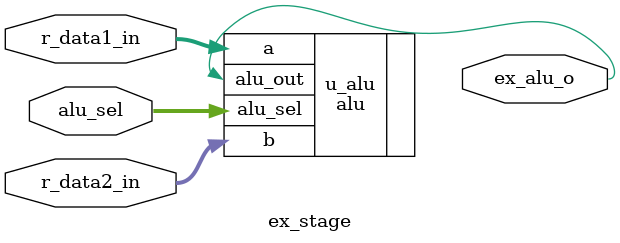
<source format=v>
module ex_stage(
    input [31:0] r_data1_in,
    input [31:0] r_data2_in,
    input [3:0] alu_sel,

    output ex_alu_o
);

alu u_alu(
    .a(r_data1_in),
    .b(r_data2_in),
    .alu_sel(alu_sel),
    .alu_out(ex_alu_o)
);


endmodule
</source>
